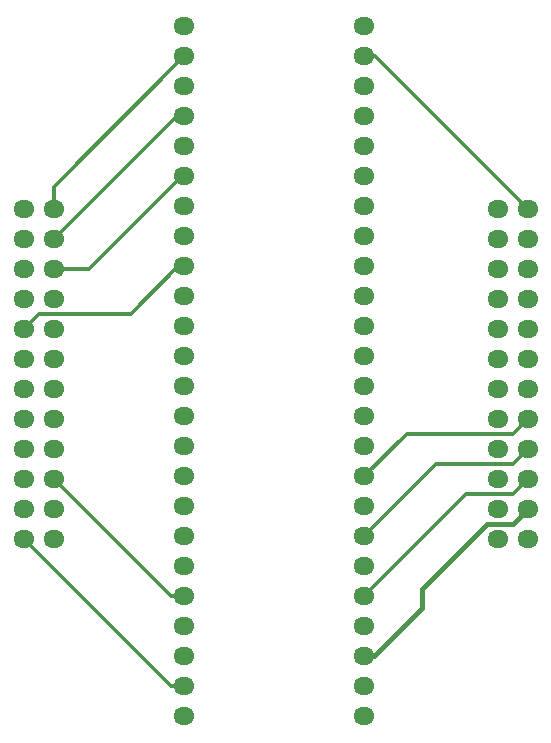
<source format=gbr>
%TF.GenerationSoftware,KiCad,Pcbnew,(6.0.1)*%
%TF.CreationDate,2022-07-28T18:23:26-07:00*%
%TF.ProjectId,2x2x12-idc-to-dip48,32783278-3132-42d6-9964-632d746f2d64,rev?*%
%TF.SameCoordinates,Original*%
%TF.FileFunction,Copper,L1,Top*%
%TF.FilePolarity,Positive*%
%FSLAX46Y46*%
G04 Gerber Fmt 4.6, Leading zero omitted, Abs format (unit mm)*
G04 Created by KiCad (PCBNEW (6.0.1)) date 2022-07-28 18:23:26*
%MOMM*%
%LPD*%
G01*
G04 APERTURE LIST*
%TA.AperFunction,ComponentPad*%
%ADD10O,1.778000X1.524000*%
%TD*%
%TA.AperFunction,Conductor*%
%ADD11C,0.300000*%
%TD*%
%TA.AperFunction,Conductor*%
%ADD12C,0.400000*%
%TD*%
G04 APERTURE END LIST*
D10*
%TO.P,P2,1,Pin_1*%
%TO.N,/TSOP_1*%
X90589100Y-87731600D03*
%TO.P,P2,2,Pin_2*%
%TO.N,/TSOP_2*%
X93129100Y-87731600D03*
%TO.P,P2,3,Pin_3*%
%TO.N,/TSOP_3*%
X90589100Y-90271600D03*
%TO.P,P2,4,Pin_4*%
%TO.N,/TSOP_4*%
X93129100Y-90271600D03*
%TO.P,P2,5,Pin_5*%
%TO.N,/TSOP_5*%
X90589100Y-92811600D03*
%TO.P,P2,6,Pin_6*%
%TO.N,/TSOP_6*%
X93129100Y-92811600D03*
%TO.P,P2,7,Pin_7*%
%TO.N,/TSOP_7*%
X90589100Y-95351600D03*
%TO.P,P2,8,Pin_8*%
%TO.N,/TSOP_8*%
X93129100Y-95351600D03*
%TO.P,P2,9,Pin_9*%
%TO.N,/TSOP_9*%
X90589100Y-97891600D03*
%TO.P,P2,10,Pin_10*%
%TO.N,/TSOP_10*%
X93129100Y-97891600D03*
%TO.P,P2,11,Pin_11*%
%TO.N,/TSOP_11*%
X90589100Y-100431600D03*
%TO.P,P2,12,Pin_12*%
%TO.N,/TSOP_12*%
X93129100Y-100431600D03*
%TO.P,P2,13,Pin_13*%
%TO.N,/TSOP_13*%
X90589100Y-102971600D03*
%TO.P,P2,14,Pin_14*%
%TO.N,/TSOP_14*%
X93129100Y-102971600D03*
%TO.P,P2,15,Pin_15*%
%TO.N,/TSOP_15*%
X90589100Y-105511600D03*
%TO.P,P2,16,Pin_16*%
%TO.N,/TSOP_16*%
X93129100Y-105511600D03*
%TO.P,P2,17,Pin_17*%
%TO.N,/TSOP_17*%
X90589100Y-108051600D03*
%TO.P,P2,18,Pin_18*%
%TO.N,/TSOP_18*%
X93129100Y-108051600D03*
%TO.P,P2,19,Pin_19*%
%TO.N,/TSOP_19*%
X90589100Y-110591600D03*
%TO.P,P2,20,Pin_20*%
%TO.N,/TSOP_20*%
X93129100Y-110591600D03*
%TO.P,P2,21,Pin_21*%
%TO.N,/TSOP_21*%
X90589100Y-113131600D03*
%TO.P,P2,22,Pin_22*%
%TO.N,/TSOP_22*%
X93129100Y-113131600D03*
%TO.P,P2,23,Pin_23*%
%TO.N,/TSOP_23*%
X90589100Y-115671600D03*
%TO.P,P2,24,Pin_24*%
%TO.N,/TSOP_24*%
X93129100Y-115671600D03*
%TD*%
%TO.P,P3,1,Pin_1*%
%TO.N,/TSOP_25*%
X133261100Y-115671600D03*
%TO.P,P3,2,Pin_2*%
%TO.N,/TSOP_26*%
X130721100Y-115671600D03*
%TO.P,P3,3,Pin_3*%
%TO.N,/TSOP_27*%
X133261100Y-113131600D03*
%TO.P,P3,4,Pin_4*%
%TO.N,/TSOP_28*%
X130721100Y-113131600D03*
%TO.P,P3,5,Pin_5*%
%TO.N,/TSOP_29*%
X133261100Y-110591600D03*
%TO.P,P3,6,Pin_6*%
%TO.N,/TSOP_30*%
X130721100Y-110591600D03*
%TO.P,P3,7,Pin_7*%
%TO.N,/TSOP_31*%
X133261100Y-108051600D03*
%TO.P,P3,8,Pin_8*%
%TO.N,/TSOP_32*%
X130721100Y-108051600D03*
%TO.P,P3,9,Pin_9*%
%TO.N,/TSOP_33*%
X133261100Y-105511600D03*
%TO.P,P3,10,Pin_10*%
%TO.N,/TSOP_34*%
X130721100Y-105511600D03*
%TO.P,P3,11,Pin_11*%
%TO.N,/TSOP_35*%
X133261100Y-102971600D03*
%TO.P,P3,12,Pin_12*%
%TO.N,/TSOP_36*%
X130721100Y-102971600D03*
%TO.P,P3,13,Pin_13*%
%TO.N,/TSOP_37*%
X133261100Y-100431600D03*
%TO.P,P3,14,Pin_14*%
%TO.N,/TSOP_38*%
X130721100Y-100431600D03*
%TO.P,P3,15,Pin_15*%
%TO.N,/TSOP_39*%
X133261100Y-97891600D03*
%TO.P,P3,16,Pin_16*%
%TO.N,/TSOP_40*%
X130721100Y-97891600D03*
%TO.P,P3,17,Pin_17*%
%TO.N,/TSOP_41*%
X133261100Y-95351600D03*
%TO.P,P3,18,Pin_18*%
%TO.N,/TSOP_42*%
X130721100Y-95351600D03*
%TO.P,P3,19,Pin_19*%
%TO.N,/TSOP_43*%
X133261100Y-92811600D03*
%TO.P,P3,20,Pin_20*%
%TO.N,/TSOP_44*%
X130721100Y-92811600D03*
%TO.P,P3,21,Pin_21*%
%TO.N,/TSOP_45*%
X133261100Y-90271600D03*
%TO.P,P3,22,Pin_22*%
%TO.N,/TSOP_46*%
X130721100Y-90271600D03*
%TO.P,P3,23,Pin_23*%
%TO.N,/TSOP_47*%
X133261100Y-87731600D03*
%TO.P,P3,24,Pin_24*%
%TO.N,/TSOP_48*%
X130721100Y-87731600D03*
%TD*%
%TO.P,P1,1,Pin_1*%
%TO.N,/TSOP_1*%
X104181000Y-72238700D03*
%TO.P,P1,2,Pin_2*%
%TO.N,/TSOP_2*%
X104181000Y-74778700D03*
%TO.P,P1,3,Pin_3*%
%TO.N,/TSOP_3*%
X104181000Y-77318700D03*
%TO.P,P1,4,Pin_4*%
%TO.N,/TSOP_4*%
X104181000Y-79858700D03*
%TO.P,P1,5,Pin_5*%
%TO.N,/TSOP_5*%
X104181000Y-82398700D03*
%TO.P,P1,6,Pin_6*%
%TO.N,/TSOP_6*%
X104181000Y-84938700D03*
%TO.P,P1,7,Pin_7*%
%TO.N,/TSOP_7*%
X104181000Y-87478700D03*
%TO.P,P1,8,Pin_8*%
%TO.N,/TSOP_8*%
X104181000Y-90018700D03*
%TO.P,P1,9,Pin_9*%
%TO.N,/TSOP_9*%
X104181000Y-92558700D03*
%TO.P,P1,10,Pin_10*%
%TO.N,/TSOP_10*%
X104181000Y-95098700D03*
%TO.P,P1,11,Pin_11*%
%TO.N,/TSOP_11*%
X104181000Y-97638700D03*
%TO.P,P1,12,Pin_12*%
%TO.N,/TSOP_12*%
X104181000Y-100178700D03*
%TO.P,P1,13,Pin_13*%
%TO.N,/TSOP_13*%
X104181000Y-102718700D03*
%TO.P,P1,14,Pin_14*%
%TO.N,/TSOP_14*%
X104181000Y-105258700D03*
%TO.P,P1,15,Pin_15*%
%TO.N,/TSOP_15*%
X104181000Y-107798700D03*
%TO.P,P1,16,Pin_16*%
%TO.N,/TSOP_16*%
X104181000Y-110338700D03*
%TO.P,P1,17,Pin_17*%
%TO.N,/TSOP_17*%
X104181000Y-112878700D03*
%TO.P,P1,18,Pin_18*%
%TO.N,/TSOP_18*%
X104181000Y-115418700D03*
%TO.P,P1,19,Pin_19*%
%TO.N,/TSOP_19*%
X104181000Y-117958700D03*
%TO.P,P1,20,Pin_20*%
%TO.N,/TSOP_20*%
X104181000Y-120498700D03*
%TO.P,P1,21,Pin_21*%
%TO.N,/TSOP_21*%
X104181000Y-123038700D03*
%TO.P,P1,22,Pin_22*%
%TO.N,/TSOP_22*%
X104181000Y-125578700D03*
%TO.P,P1,23,Pin_23*%
%TO.N,/TSOP_23*%
X104181000Y-128118700D03*
%TO.P,P1,24,Pin_24*%
%TO.N,/TSOP_24*%
X104181000Y-130658700D03*
%TO.P,P1,25,Pin_25*%
%TO.N,/TSOP_25*%
X119421000Y-130658700D03*
%TO.P,P1,26,Pin_26*%
%TO.N,/TSOP_26*%
X119421000Y-128118700D03*
%TO.P,P1,27,Pin_27*%
%TO.N,/TSOP_27*%
X119421000Y-125578700D03*
%TO.P,P1,28,Pin_28*%
%TO.N,/TSOP_28*%
X119421000Y-123038700D03*
%TO.P,P1,29,Pin_29*%
%TO.N,/TSOP_29*%
X119421000Y-120498700D03*
%TO.P,P1,30,Pin_30*%
%TO.N,/TSOP_30*%
X119421000Y-117958700D03*
%TO.P,P1,31,Pin_31*%
%TO.N,/TSOP_31*%
X119421000Y-115418700D03*
%TO.P,P1,32,Pin_32*%
%TO.N,/TSOP_32*%
X119421000Y-112878700D03*
%TO.P,P1,33,Pin_33*%
%TO.N,/TSOP_33*%
X119421000Y-110338700D03*
%TO.P,P1,34,Pin_34*%
%TO.N,/TSOP_34*%
X119421000Y-107798700D03*
%TO.P,P1,35,Pin_35*%
%TO.N,/TSOP_35*%
X119421000Y-105258700D03*
%TO.P,P1,36,Pin_36*%
%TO.N,/TSOP_36*%
X119421000Y-102718700D03*
%TO.P,P1,37,Pin_37*%
%TO.N,/TSOP_37*%
X119421000Y-100178700D03*
%TO.P,P1,38,Pin_38*%
%TO.N,/TSOP_38*%
X119421000Y-97638700D03*
%TO.P,P1,39,Pin_39*%
%TO.N,/TSOP_39*%
X119421000Y-95098700D03*
%TO.P,P1,40,Pin_40*%
%TO.N,/TSOP_40*%
X119421000Y-92558700D03*
%TO.P,P1,41,Pin_41*%
%TO.N,/TSOP_41*%
X119421000Y-90018700D03*
%TO.P,P1,42,Pin_42*%
%TO.N,/TSOP_42*%
X119421000Y-87478700D03*
%TO.P,P1,43,Pin_43*%
%TO.N,/TSOP_43*%
X119421000Y-84938700D03*
%TO.P,P1,44,Pin_44*%
%TO.N,/TSOP_44*%
X119421000Y-82398700D03*
%TO.P,P1,45,Pin_45*%
%TO.N,/TSOP_45*%
X119421000Y-79858700D03*
%TO.P,P1,46,Pin_46*%
%TO.N,/TSOP_46*%
X119421000Y-77318700D03*
%TO.P,P1,47,Pin_47*%
%TO.N,/TSOP_47*%
X119421000Y-74778700D03*
%TO.P,P1,48,Pin_48*%
%TO.N,/TSOP_48*%
X119421000Y-72238700D03*
%TD*%
D11*
%TO.N,/TSOP_47*%
X133261100Y-87731600D02*
X120308200Y-74778700D01*
X120308200Y-74778700D02*
X119421000Y-74778700D01*
%TO.N,/TSOP_33*%
X123006100Y-106753600D02*
X119421000Y-110338700D01*
X133261100Y-105511600D02*
X132019100Y-106753600D01*
X132019100Y-106753600D02*
X123006100Y-106753600D01*
%TO.N,/TSOP_31*%
X125536100Y-109303600D02*
X119421000Y-115418700D01*
X133261100Y-108051600D02*
X132009100Y-109303600D01*
X132009100Y-109303600D02*
X125536100Y-109303600D01*
%TO.N,/TSOP_29*%
X131999100Y-111853600D02*
X128066100Y-111853600D01*
X128066100Y-111853600D02*
X119421000Y-120498700D01*
X133261100Y-110591600D02*
X131999100Y-111853600D01*
D12*
%TO.N,/TSOP_27*%
X124301100Y-121503600D02*
X120226000Y-125578700D01*
X120226000Y-125578700D02*
X119421000Y-125578700D01*
X131989100Y-114403600D02*
X129801100Y-114403600D01*
X133261100Y-113131600D02*
X131989100Y-114403600D01*
X124301100Y-119903600D02*
X124301100Y-121503600D01*
X129801100Y-114403600D02*
X124301100Y-119903600D01*
D11*
%TO.N,/TSOP_23*%
X103036200Y-128118700D02*
X104181000Y-128118700D01*
X90589100Y-115671600D02*
X103036200Y-128118700D01*
%TO.N,/TSOP_20*%
X93129100Y-110591600D02*
X103036200Y-120498700D01*
X103036200Y-120498700D02*
X104181000Y-120498700D01*
%TO.N,/TSOP_9*%
X104181000Y-92558700D02*
X103696000Y-92558700D01*
X91877100Y-96603600D02*
X90589100Y-97891600D01*
X103696000Y-92558700D02*
X99651100Y-96603600D01*
X99651100Y-96603600D02*
X91877100Y-96603600D01*
%TO.N,/TSOP_6*%
X96143100Y-92811600D02*
X104016000Y-84938700D01*
X104016000Y-84938700D02*
X104181000Y-84938700D01*
X93129100Y-92811600D02*
X96143100Y-92811600D01*
%TO.N,/TSOP_4*%
X103542000Y-79858700D02*
X93129100Y-90271600D01*
X104181000Y-79858700D02*
X103542000Y-79858700D01*
%TO.N,/TSOP_2*%
X93129100Y-85830600D02*
X93129100Y-87731600D01*
X104181000Y-74778700D02*
X93129100Y-85830600D01*
%TD*%
M02*

</source>
